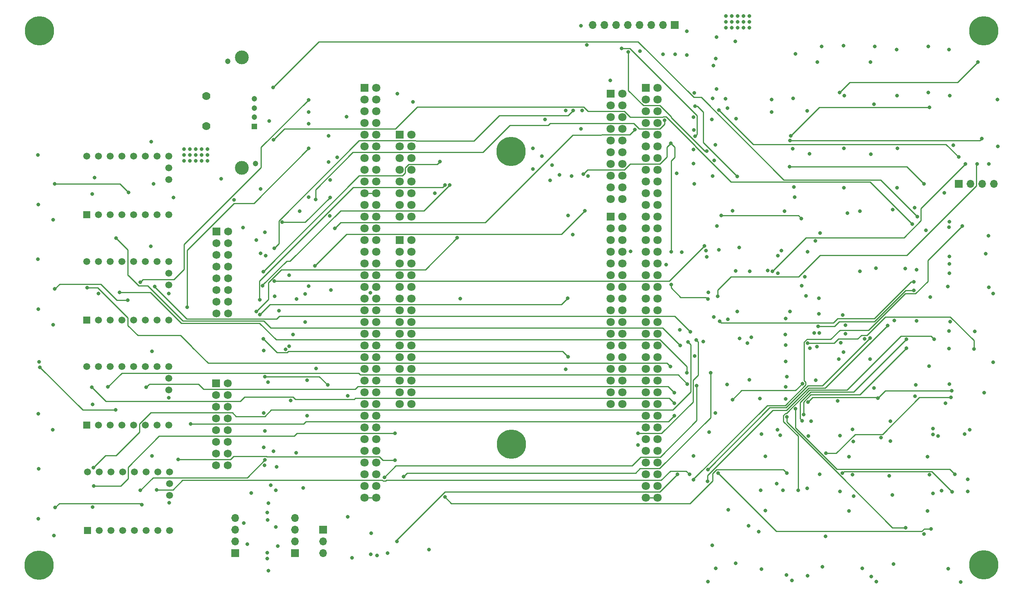
<source format=gbr>
G04 #@! TF.GenerationSoftware,KiCad,Pcbnew,(5.1.6)-1*
G04 #@! TF.CreationDate,2020-06-29T15:45:29-04:00*
G04 #@! TF.ProjectId,Pufferfish-Controller-1,50756666-6572-4666-9973-682d436f6e74,rev?*
G04 #@! TF.SameCoordinates,Original*
G04 #@! TF.FileFunction,Copper,L4,Inr*
G04 #@! TF.FilePolarity,Positive*
%FSLAX46Y46*%
G04 Gerber Fmt 4.6, Leading zero omitted, Abs format (unit mm)*
G04 Created by KiCad (PCBNEW (5.1.6)-1) date 2020-06-29 15:45:29*
%MOMM*%
%LPD*%
G01*
G04 APERTURE LIST*
G04 #@! TA.AperFunction,ViaPad*
%ADD10C,1.800000*%
G04 #@! TD*
G04 #@! TA.AperFunction,ViaPad*
%ADD11R,1.800000X1.800000*%
G04 #@! TD*
G04 #@! TA.AperFunction,ViaPad*
%ADD12R,1.508000X1.508000*%
G04 #@! TD*
G04 #@! TA.AperFunction,ViaPad*
%ADD13C,1.508000*%
G04 #@! TD*
G04 #@! TA.AperFunction,ViaPad*
%ADD14C,6.350000*%
G04 #@! TD*
G04 #@! TA.AperFunction,ViaPad*
%ADD15C,1.725000*%
G04 #@! TD*
G04 #@! TA.AperFunction,ViaPad*
%ADD16R,1.725000X1.725000*%
G04 #@! TD*
G04 #@! TA.AperFunction,ViaPad*
%ADD17R,1.300000X1.300000*%
G04 #@! TD*
G04 #@! TA.AperFunction,ViaPad*
%ADD18C,1.200000*%
G04 #@! TD*
G04 #@! TA.AperFunction,ViaPad*
%ADD19C,3.000000*%
G04 #@! TD*
G04 #@! TA.AperFunction,ViaPad*
%ADD20C,1.778000*%
G04 #@! TD*
G04 #@! TA.AperFunction,ViaPad*
%ADD21O,1.700000X1.700000*%
G04 #@! TD*
G04 #@! TA.AperFunction,ViaPad*
%ADD22R,1.700000X1.700000*%
G04 #@! TD*
G04 #@! TA.AperFunction,ViaPad*
%ADD23C,0.800000*%
G04 #@! TD*
G04 #@! TA.AperFunction,Conductor*
%ADD24C,0.250000*%
G04 #@! TD*
G04 APERTURE END LIST*
D10*
X276708000Y-288209000D03*
X274168000Y-288209000D03*
X276708000Y-285669000D03*
X274168000Y-285669000D03*
X276708000Y-283129000D03*
X274168000Y-283129000D03*
X276708000Y-280589000D03*
X274168000Y-280589000D03*
X276708000Y-278049000D03*
X274168000Y-278049000D03*
X276708000Y-275509000D03*
X274168000Y-275509000D03*
X276708000Y-272969000D03*
X274168000Y-272969000D03*
X276708000Y-270429000D03*
X274168000Y-270429000D03*
X276708000Y-267889000D03*
X274168000Y-267889000D03*
X276708000Y-265349000D03*
X274168000Y-265349000D03*
X276708000Y-262809000D03*
X274168000Y-262809000D03*
X276708000Y-260269000D03*
X274168000Y-260269000D03*
X276708000Y-257729000D03*
X274168000Y-257729000D03*
X276708000Y-255189000D03*
X274168000Y-255189000D03*
X276708000Y-252649000D03*
X274168000Y-252649000D03*
X276708000Y-250109000D03*
X274168000Y-250109000D03*
X276708000Y-247569000D03*
X274168000Y-247569000D03*
X276708000Y-245029000D03*
X274168000Y-245029000D03*
X276708000Y-242489000D03*
X274168000Y-242489000D03*
X276708000Y-239949000D03*
X274168000Y-239949000D03*
X276708000Y-237409000D03*
X274168000Y-237409000D03*
X276708000Y-234869000D03*
X274168000Y-234869000D03*
X276708000Y-232329000D03*
X274168000Y-232329000D03*
X276708000Y-229789000D03*
X274168000Y-229789000D03*
X276708000Y-227249000D03*
X274168000Y-227249000D03*
X276708000Y-224709000D03*
X274168000Y-224709000D03*
X276708000Y-222169000D03*
X274168000Y-222169000D03*
X276708000Y-219629000D03*
X274168000Y-219629000D03*
X276708000Y-217089000D03*
X274168000Y-217089000D03*
X276708000Y-214549000D03*
X274168000Y-214549000D03*
X276708000Y-212009000D03*
X274168000Y-212009000D03*
X276708000Y-209469000D03*
X274168000Y-209469000D03*
X276708000Y-206929000D03*
X274168000Y-206929000D03*
X276708000Y-204389000D03*
X274168000Y-204389000D03*
X276708000Y-201849000D03*
X274168000Y-201849000D03*
X276708000Y-199309000D03*
D11*
X274168000Y-199309000D03*
D10*
X269088000Y-267889000D03*
X266548000Y-267889000D03*
X269088000Y-265349000D03*
X266548000Y-265349000D03*
X269088000Y-262809000D03*
X266548000Y-262809000D03*
X269088000Y-260269000D03*
X266548000Y-260269000D03*
X269088000Y-257729000D03*
X266548000Y-257729000D03*
X269088000Y-255189000D03*
X266548000Y-255189000D03*
X269088000Y-252649000D03*
X266548000Y-252649000D03*
X269088000Y-250109000D03*
X266548000Y-250109000D03*
X269088000Y-247569000D03*
X266548000Y-247569000D03*
X269088000Y-245029000D03*
X266548000Y-245029000D03*
X269088000Y-242489000D03*
X266548000Y-242489000D03*
X269088000Y-239949000D03*
X266548000Y-239949000D03*
X269088000Y-237409000D03*
X266548000Y-237409000D03*
X269088000Y-234869000D03*
X266548000Y-234869000D03*
X269088000Y-232329000D03*
X266548000Y-232329000D03*
X269088000Y-229789000D03*
X266548000Y-229789000D03*
X269088000Y-227249000D03*
D11*
X266548000Y-227249000D03*
D10*
X269088000Y-223439000D03*
X266548000Y-223439000D03*
X269088000Y-220899000D03*
X266548000Y-220899000D03*
X269088000Y-218359000D03*
X266548000Y-218359000D03*
X269088000Y-215819000D03*
X266548000Y-215819000D03*
X269088000Y-213279000D03*
X266548000Y-213279000D03*
X269088000Y-210739000D03*
X266548000Y-210739000D03*
X269088000Y-208199000D03*
X266548000Y-208199000D03*
X269088000Y-205659000D03*
X266548000Y-205659000D03*
X269088000Y-203119000D03*
X266548000Y-203119000D03*
X269088000Y-200579000D03*
D11*
X266548000Y-200579000D03*
D10*
X223368000Y-267889000D03*
X220828000Y-267889000D03*
X223368000Y-265349000D03*
X220828000Y-265349000D03*
X223368000Y-262809000D03*
X220828000Y-262809000D03*
X223368000Y-260269000D03*
X220828000Y-260269000D03*
X223368000Y-257729000D03*
X220828000Y-257729000D03*
X223368000Y-255189000D03*
X220828000Y-255189000D03*
X223368000Y-252649000D03*
X220828000Y-252649000D03*
X223368000Y-250109000D03*
X220828000Y-250109000D03*
X223368000Y-247569000D03*
X220828000Y-247569000D03*
X223368000Y-245029000D03*
X220828000Y-245029000D03*
X223368000Y-242489000D03*
X220828000Y-242489000D03*
X223368000Y-239949000D03*
X220828000Y-239949000D03*
X223368000Y-237409000D03*
X220828000Y-237409000D03*
X223368000Y-234869000D03*
X220828000Y-234869000D03*
X223368000Y-232329000D03*
D11*
X220828000Y-232329000D03*
D10*
X223368000Y-227249000D03*
X220828000Y-227249000D03*
X223368000Y-224709000D03*
X220828000Y-224709000D03*
X223368000Y-222169000D03*
X220828000Y-222169000D03*
X223368000Y-219629000D03*
X220828000Y-219629000D03*
X223368000Y-217089000D03*
X220828000Y-217089000D03*
X223368000Y-214549000D03*
X220828000Y-214549000D03*
X223368000Y-212009000D03*
X220828000Y-212009000D03*
X223368000Y-209469000D03*
D11*
X220828000Y-209469000D03*
D10*
X215748000Y-288209000D03*
X213208000Y-288209000D03*
X215748000Y-285669000D03*
X213208000Y-285669000D03*
X215748000Y-283129000D03*
X213208000Y-283129000D03*
X215748000Y-280589000D03*
X213208000Y-280589000D03*
X215748000Y-278049000D03*
X213208000Y-278049000D03*
X215748000Y-275509000D03*
X213208000Y-275509000D03*
X215748000Y-272969000D03*
X213208000Y-272969000D03*
X215748000Y-270429000D03*
X213208000Y-270429000D03*
X215748000Y-267889000D03*
X213208000Y-267889000D03*
X215748000Y-265349000D03*
X213208000Y-265349000D03*
X215748000Y-262809000D03*
X213208000Y-262809000D03*
X215748000Y-260269000D03*
X213208000Y-260269000D03*
X215748000Y-257729000D03*
X213208000Y-257729000D03*
X215748000Y-255189000D03*
X213208000Y-255189000D03*
X215748000Y-252649000D03*
X213208000Y-252649000D03*
X215748000Y-250109000D03*
X213208000Y-250109000D03*
X215748000Y-247569000D03*
X213208000Y-247569000D03*
X215748000Y-245029000D03*
X213208000Y-245029000D03*
X215748000Y-242489000D03*
X213208000Y-242489000D03*
X215748000Y-239949000D03*
X213208000Y-239949000D03*
X215748000Y-237409000D03*
X213208000Y-237409000D03*
X215748000Y-234869000D03*
X213208000Y-234869000D03*
X215748000Y-232329000D03*
X213208000Y-232329000D03*
X215748000Y-229789000D03*
X213208000Y-229789000D03*
X215748000Y-227249000D03*
X213208000Y-227249000D03*
X215748000Y-224709000D03*
X213208000Y-224709000D03*
X215748000Y-222169000D03*
X213208000Y-222169000D03*
X215748000Y-219629000D03*
X213208000Y-219629000D03*
X215748000Y-217089000D03*
X213208000Y-217089000D03*
X215748000Y-214549000D03*
X213208000Y-214549000D03*
X215748000Y-212009000D03*
X213208000Y-212009000D03*
X215748000Y-209469000D03*
X213208000Y-209469000D03*
X215748000Y-206929000D03*
X213208000Y-206929000D03*
X215748000Y-204389000D03*
X213208000Y-204389000D03*
X215748000Y-201849000D03*
X213208000Y-201849000D03*
X215748000Y-199309000D03*
D11*
X213208000Y-199309000D03*
D12*
X153035000Y-272415000D03*
D13*
X160655000Y-272415000D03*
X170815000Y-272415000D03*
X165735000Y-272415000D03*
X158115000Y-272415000D03*
X155575000Y-272415000D03*
X168275000Y-272415000D03*
X163195000Y-272415000D03*
X160655000Y-259715000D03*
X158115000Y-259715000D03*
X155575000Y-259715000D03*
X168275000Y-259715000D03*
X163195000Y-259715000D03*
X153035000Y-259715000D03*
X165735000Y-259715000D03*
X170815000Y-259715000D03*
X170815000Y-264795000D03*
X170815000Y-262255000D03*
D12*
X153035000Y-226822000D03*
D13*
X160655000Y-226822000D03*
X170815000Y-226822000D03*
X165735000Y-226822000D03*
X158115000Y-226822000D03*
X155575000Y-226822000D03*
X168275000Y-226822000D03*
X163195000Y-226822000D03*
X160655000Y-214122000D03*
X158115000Y-214122000D03*
X155575000Y-214122000D03*
X168275000Y-214122000D03*
X163195000Y-214122000D03*
X153035000Y-214122000D03*
X165735000Y-214122000D03*
X170815000Y-214122000D03*
X170815000Y-219202000D03*
X170815000Y-216662000D03*
D12*
X153035000Y-249682000D03*
D13*
X160655000Y-249682000D03*
X170815000Y-249682000D03*
X165735000Y-249682000D03*
X158115000Y-249682000D03*
X155575000Y-249682000D03*
X168275000Y-249682000D03*
X163195000Y-249682000D03*
X160655000Y-236982000D03*
X158115000Y-236982000D03*
X155575000Y-236982000D03*
X168275000Y-236982000D03*
X163195000Y-236982000D03*
X153035000Y-236982000D03*
X165735000Y-236982000D03*
X170815000Y-236982000D03*
X170815000Y-242062000D03*
X170815000Y-239522000D03*
D12*
X153162000Y-295275000D03*
D13*
X160782000Y-295275000D03*
X170942000Y-295275000D03*
X165862000Y-295275000D03*
X158242000Y-295275000D03*
X155702000Y-295275000D03*
X168402000Y-295275000D03*
X163322000Y-295275000D03*
X160782000Y-282575000D03*
X158242000Y-282575000D03*
X155702000Y-282575000D03*
X168402000Y-282575000D03*
X163322000Y-282575000D03*
X153162000Y-282575000D03*
X165862000Y-282575000D03*
X170942000Y-282575000D03*
X170942000Y-287655000D03*
X170942000Y-285115000D03*
D14*
X245046000Y-276555000D03*
X142748000Y-186944000D03*
X142684000Y-302832000D03*
X347408000Y-186944000D03*
X245008000Y-213106000D03*
X347408000Y-302768000D03*
D15*
X183566000Y-281163000D03*
X181026000Y-281163000D03*
X183566000Y-278623000D03*
X181026000Y-278623000D03*
X183566000Y-276083000D03*
X181026000Y-276083000D03*
X183566000Y-273543000D03*
X181026000Y-273543000D03*
X183566000Y-271003000D03*
X181026000Y-271003000D03*
X183566000Y-268463000D03*
X181026000Y-268463000D03*
X183566000Y-265923000D03*
X181026000Y-265923000D03*
X183566000Y-263383000D03*
D16*
X181026000Y-263383000D03*
D15*
X183667000Y-248196000D03*
X181127000Y-248196000D03*
X183667000Y-245656000D03*
X181127000Y-245656000D03*
X183667000Y-243116000D03*
X181127000Y-243116000D03*
X183667000Y-240576000D03*
X181127000Y-240576000D03*
X183667000Y-238036000D03*
X181127000Y-238036000D03*
X183667000Y-235496000D03*
X181127000Y-235496000D03*
X183667000Y-232956000D03*
X181127000Y-232956000D03*
X183667000Y-230416000D03*
D16*
X181127000Y-230416000D03*
D17*
X189370000Y-207645000D03*
D18*
X189370000Y-205645000D03*
X189370000Y-203645000D03*
X189370000Y-201645000D03*
X183620000Y-193545000D03*
X189620000Y-215745000D03*
D19*
X186620000Y-192645000D03*
X186620000Y-216645000D03*
D20*
X178892000Y-207555000D03*
X178892000Y-201055000D03*
D21*
X349631500Y-220091500D03*
X347091500Y-220091500D03*
D22*
X342011500Y-220091500D03*
D21*
X344551500Y-220091500D03*
D22*
X204203500Y-295160500D03*
D21*
X204203500Y-297700500D03*
X204203500Y-300240500D03*
X198119500Y-292595500D03*
X198119500Y-295135500D03*
D22*
X198119500Y-300215500D03*
D21*
X198119500Y-297675500D03*
X262674500Y-185648500D03*
X265214500Y-185648500D03*
X267754500Y-185648500D03*
X270294500Y-185648500D03*
X272834500Y-185648500D03*
X275374500Y-185648500D03*
D22*
X280454500Y-185648500D03*
D21*
X277914500Y-185648500D03*
X185229500Y-292595500D03*
X185229500Y-295135500D03*
D22*
X185229500Y-300215500D03*
D21*
X185229500Y-297675500D03*
D23*
X317436500Y-252603000D03*
X310705500Y-252476000D03*
X291782500Y-263588500D03*
X283083000Y-187007500D03*
X260096000Y-185801000D03*
X258318000Y-231076500D03*
X249745500Y-212407500D03*
X249745500Y-216852500D03*
X228473000Y-222123000D03*
X223710500Y-202311000D03*
X209359500Y-205549500D03*
X201104500Y-223012000D03*
X186880500Y-229616000D03*
X233934000Y-244983000D03*
X256857500Y-260286500D03*
X145732500Y-227901500D03*
X145923000Y-296418000D03*
X145669000Y-273431000D03*
X145732500Y-250698000D03*
X142557500Y-270002000D03*
X142621000Y-281940000D03*
X142430500Y-213804500D03*
X142430500Y-236474000D03*
X142684500Y-258699000D03*
X142557500Y-247269000D03*
X142557500Y-224599500D03*
X142557500Y-292735000D03*
X350393000Y-201803000D03*
X306006500Y-212471000D03*
X306260500Y-220789500D03*
X338836000Y-222059500D03*
X350456500Y-211963000D03*
X339852000Y-190944500D03*
X306578000Y-191897000D03*
X306133500Y-201549000D03*
X317119000Y-212407500D03*
X328676000Y-212407500D03*
X340804500Y-211709000D03*
X214630000Y-295846500D03*
X214566500Y-300418500D03*
X332816600Y-249794600D03*
X316883100Y-248582400D03*
X293949100Y-247791800D03*
X320615600Y-226071000D03*
X192345000Y-263111400D03*
X322813200Y-258128400D03*
X293720200Y-206003600D03*
X190687500Y-235173000D03*
X335256600Y-279289000D03*
X318201400Y-291030000D03*
X300091500Y-279194000D03*
X335256600Y-291061500D03*
X300091500Y-290998500D03*
X318201400Y-279257000D03*
X324118600Y-306413500D03*
X192405000Y-304038000D03*
X187078700Y-293669700D03*
X187807600Y-298297600D03*
X166878000Y-233680000D03*
X167005000Y-210947000D03*
X167132000Y-256413000D03*
X167132000Y-279146000D03*
X199961500Y-286067500D03*
X194183000Y-281495500D03*
X191389000Y-256286000D03*
X202755500Y-260159500D03*
X193738500Y-244475000D03*
X200342500Y-243967000D03*
X188656100Y-287199900D03*
X317004400Y-190106600D03*
X317213200Y-201010300D03*
X328537700Y-191019300D03*
X328643200Y-201010300D03*
X340009700Y-201010300D03*
X317107700Y-220991300D03*
X328601200Y-220991300D03*
X218186000Y-300228000D03*
X190690500Y-221170500D03*
X207264000Y-214376000D03*
X198374000Y-278447500D03*
X260096000Y-208153000D03*
X342455500Y-306451000D03*
X305816000Y-306133500D03*
X287655000Y-306387500D03*
X349418000Y-243862500D03*
X349468000Y-258790000D03*
X345498500Y-252095000D03*
X335595600Y-259644700D03*
X323659500Y-264414000D03*
X294513000Y-253619000D03*
X288925000Y-248983500D03*
X293687500Y-238950500D03*
X287401000Y-235902500D03*
X290037000Y-234411000D03*
X294449500Y-233934000D03*
X334890800Y-230195700D03*
X332422500Y-225234500D03*
X309270500Y-234861000D03*
X324040500Y-238379000D03*
X308864000Y-244411500D03*
X311721500Y-244919500D03*
X309753000Y-255778000D03*
X335807800Y-244645700D03*
X293560500Y-189166500D03*
X348488000Y-215773000D03*
X339946200Y-235887200D03*
X192125600Y-300101000D03*
X317857500Y-226466000D03*
X317479600Y-250718900D03*
X255448000Y-218180300D03*
X336392100Y-287265600D03*
X299085400Y-286576000D03*
X316261200Y-274729500D03*
X336392100Y-274504000D03*
X316244400Y-286818200D03*
X299237900Y-274352400D03*
X227203000Y-299402500D03*
X321552800Y-253714800D03*
X297044900Y-253416500D03*
X296672000Y-239062800D03*
X304442700Y-252767100D03*
X348462500Y-231333600D03*
X337490000Y-274780700D03*
X319196200Y-287861900D03*
X303327000Y-274644700D03*
X304457100Y-255072700D03*
X304484100Y-258634400D03*
X304711100Y-261951600D03*
X304526700Y-264100600D03*
X304487100Y-266718500D03*
X339115500Y-267653900D03*
X339935500Y-263520000D03*
X339872200Y-255829000D03*
X304451600Y-249276900D03*
X339871700Y-252045700D03*
X258115000Y-218415900D03*
X256845000Y-204183900D03*
X261671000Y-218404900D03*
X252324600Y-206117000D03*
X253476200Y-219338900D03*
X260401000Y-204203200D03*
X302800200Y-235670000D03*
X302828000Y-239508200D03*
X339649200Y-242393200D03*
X339940100Y-239502900D03*
X339932900Y-237450500D03*
X339905100Y-229504100D03*
X304216700Y-226013500D03*
X339923000Y-228287400D03*
X205447000Y-215369900D03*
X205400700Y-209712400D03*
X201102200Y-204563900D03*
X201143000Y-207093500D03*
X251692800Y-214138100D03*
X253897500Y-216006100D03*
X192596000Y-206444700D03*
X338311200Y-286694300D03*
X303911000Y-286550500D03*
X289370000Y-303532000D03*
X309248900Y-305089800D03*
X319122800Y-275999500D03*
X304673800Y-304944400D03*
X323066800Y-305247200D03*
X189806100Y-232306900D03*
X192176400Y-301421800D03*
X154214100Y-222278000D03*
X155575000Y-243905200D03*
X154268700Y-267970300D03*
X154311400Y-290190500D03*
X191620600Y-230621100D03*
X261385000Y-190004600D03*
X347535600Y-265444000D03*
X332502300Y-266148800D03*
X320548000Y-239061100D03*
X315773100Y-267182600D03*
X298916900Y-266633400D03*
X293650000Y-302374000D03*
X312475100Y-303172500D03*
X327869300Y-302571000D03*
X299271700Y-303682500D03*
X321085600Y-303530000D03*
X339671200Y-303557200D03*
X195394800Y-228412300D03*
X205746400Y-223040200D03*
X257289500Y-226968500D03*
X309353500Y-267441400D03*
X324471800Y-266598700D03*
X308114000Y-263444600D03*
X292963500Y-266901200D03*
X205757400Y-219257500D03*
X215900000Y-300672500D03*
X194437000Y-298704000D03*
X280518000Y-192024000D03*
X220345500Y-200592200D03*
X283083000Y-192151000D03*
X193973400Y-294543500D03*
X347821100Y-235244400D03*
X340512600Y-264973100D03*
X284505400Y-205596000D03*
X266446000Y-197675500D03*
X295338500Y-186245500D03*
X296608500Y-186245500D03*
X291528500Y-183705500D03*
X296608500Y-184975500D03*
X296608500Y-183705500D03*
X294068500Y-183705500D03*
X291528500Y-184975500D03*
X292798500Y-184975500D03*
X292798500Y-183705500D03*
X295338500Y-183705500D03*
X294068500Y-184975500D03*
X295338500Y-184975500D03*
X292798500Y-186245500D03*
X291528500Y-186245500D03*
X294068500Y-186245500D03*
X184899700Y-223611900D03*
X205653600Y-227072900D03*
X192227200Y-293039800D03*
X192134000Y-291388900D03*
X171804300Y-223046800D03*
X170815000Y-243878600D03*
X170815000Y-266469100D03*
X170866000Y-289296500D03*
X301418300Y-204564300D03*
X301424800Y-201806100D03*
X192405000Y-289369500D03*
X199136000Y-226060000D03*
X174117000Y-212534500D03*
X175387000Y-212534500D03*
X176657000Y-212534500D03*
X177927000Y-212534500D03*
X179197000Y-212534500D03*
X174117000Y-213804500D03*
X175387000Y-213804500D03*
X176657000Y-213804500D03*
X177927000Y-213804500D03*
X179197000Y-213804500D03*
X174117000Y-215074500D03*
X175387000Y-215074500D03*
X176657000Y-215074500D03*
X177927000Y-215074500D03*
X179197000Y-215074500D03*
X303566000Y-234580300D03*
X296618000Y-262633600D03*
X300592700Y-238893500D03*
X296161200Y-254666400D03*
X310884800Y-232484900D03*
X311796000Y-252475800D03*
X311977300Y-230756400D03*
X311227400Y-255443400D03*
X316020500Y-258084000D03*
X317024700Y-256611500D03*
X309262900Y-254686200D03*
X345262900Y-255880600D03*
X316402000Y-254564500D03*
X305348400Y-216386700D03*
X334449400Y-220081600D03*
X322920100Y-213697100D03*
X309649500Y-213562900D03*
X305390300Y-210694600D03*
X346982500Y-210278500D03*
X305626100Y-209687800D03*
X335660200Y-203528600D03*
X323632200Y-202800300D03*
X309156100Y-204285900D03*
X346119200Y-193727200D03*
X316178200Y-200282300D03*
X335391000Y-200296000D03*
X322878200Y-193727200D03*
X311321200Y-193727200D03*
X335391000Y-190340500D03*
X323834000Y-190296300D03*
X312312300Y-190302500D03*
X164961800Y-289739300D03*
X146185200Y-290312000D03*
X159244300Y-269159000D03*
X142898100Y-259903000D03*
X161925000Y-245333500D03*
X146088100Y-242897000D03*
X162051700Y-221991000D03*
X146111800Y-220138000D03*
X210468700Y-301179400D03*
X209580100Y-266088800D03*
X209580100Y-292323900D03*
X285159800Y-263855300D03*
X217515100Y-283779000D03*
X302737100Y-273449500D03*
X309435200Y-274782300D03*
X309951600Y-271615700D03*
X318950300Y-273355300D03*
X327149700Y-275875700D03*
X327149700Y-271594300D03*
X318950300Y-283225700D03*
X327596600Y-287564900D03*
X326913700Y-283445000D03*
X302538500Y-285132800D03*
X309114200Y-286123800D03*
X311882400Y-283061700D03*
X336392100Y-273201100D03*
X343293400Y-274358000D03*
X344403500Y-273485700D03*
X335616300Y-283218100D03*
X343968800Y-286864700D03*
X343985400Y-284217400D03*
X258470100Y-204189600D03*
X193675000Y-234061000D03*
X191293200Y-239120100D03*
X229579200Y-215279100D03*
X190503500Y-245290100D03*
X230683600Y-220344800D03*
X189760800Y-247788100D03*
X233276400Y-231809100D03*
X202594500Y-223492300D03*
X278248800Y-206294000D03*
X164595800Y-241442900D03*
X201117300Y-201879000D03*
X201131200Y-212425400D03*
X174752000Y-246888000D03*
X193973400Y-286593500D03*
X201115800Y-242265000D03*
X191553400Y-281143200D03*
X198466800Y-245110000D03*
X191354400Y-269786700D03*
X194686800Y-247586000D03*
X200387500Y-250109000D03*
X191587500Y-273742600D03*
X197730700Y-252832000D03*
X193454100Y-278101800D03*
X196902300Y-255372000D03*
X200747100Y-262666700D03*
X192878700Y-285487600D03*
X197240700Y-267063600D03*
X164643100Y-286593500D03*
X191668700Y-279967100D03*
X200784700Y-270429000D03*
X182182500Y-219018500D03*
X196877000Y-239939500D03*
X205223600Y-263689900D03*
X191609100Y-261897000D03*
X206797600Y-229756300D03*
X271844000Y-208303700D03*
X191380900Y-277284700D03*
X196089800Y-255974200D03*
X304749500Y-282829300D03*
X230634200Y-288015800D03*
X288841700Y-194425600D03*
X284646200Y-200341400D03*
X291917000Y-249475400D03*
X291846000Y-203644500D03*
X305435000Y-247777000D03*
X284827900Y-203258500D03*
X293981002Y-218503500D03*
X284646500Y-220111400D03*
X289296400Y-192941000D03*
X289265100Y-211629400D03*
X289581300Y-229284100D03*
X281949600Y-234894500D03*
X284557900Y-208454600D03*
X289009700Y-215043500D03*
X287256100Y-234613300D03*
X288688800Y-218412600D03*
X287692300Y-243637000D03*
X279654000Y-234823000D03*
X287655000Y-245110000D03*
X279601000Y-211325700D03*
X260663300Y-217961000D03*
X298615800Y-295576900D03*
X313143700Y-296594800D03*
X334421800Y-296064500D03*
X279654000Y-241935000D03*
X288547100Y-298490600D03*
X284515400Y-212637800D03*
X284518600Y-215747500D03*
X277876000Y-192024000D03*
X280852200Y-217782900D03*
X307909700Y-227617500D03*
X290484900Y-226968500D03*
X272898000Y-191353500D03*
X278574500Y-237617000D03*
X270891000Y-234759500D03*
X220287400Y-297697300D03*
X281074500Y-283143100D03*
X281524800Y-251750800D03*
X272478500Y-274193000D03*
X154505800Y-285647100D03*
X285122300Y-253974500D03*
X219787300Y-274242700D03*
X283306800Y-254394600D03*
X154494900Y-281645300D03*
X167772800Y-242385300D03*
X283817400Y-252225000D03*
X153088000Y-242611800D03*
X279499900Y-259719100D03*
X283093100Y-261094900D03*
X160146800Y-243612900D03*
X165924200Y-264246900D03*
X280349100Y-265409800D03*
X154136400Y-264230000D03*
X280349100Y-267725000D03*
X157631100Y-264143100D03*
X283153700Y-263525500D03*
X167517200Y-220075400D03*
X175514000Y-272161000D03*
X280349100Y-270437500D03*
X272478500Y-276733000D03*
X154730500Y-218725300D03*
X172847000Y-279908000D03*
X219813000Y-280059000D03*
X284505800Y-279118600D03*
X281619900Y-255171900D03*
X159385000Y-231902000D03*
X283620000Y-283122300D03*
X168140600Y-286461600D03*
X284532900Y-284328000D03*
X342790200Y-229226700D03*
X288480300Y-206156200D03*
X288653300Y-201574100D03*
X287426500Y-213022000D03*
X270358000Y-191453000D03*
X268935400Y-190699200D03*
X284819600Y-209806000D03*
X306404100Y-222993500D03*
X289510800Y-188294300D03*
X292943400Y-225912200D03*
X286665400Y-254344400D03*
X291442600Y-201656100D03*
X284785300Y-257431900D03*
X289506100Y-199497400D03*
X288251300Y-261047800D03*
X221645200Y-283648300D03*
X330453700Y-294705300D03*
X304741400Y-270676400D03*
X289208100Y-269792500D03*
X296421700Y-294282900D03*
X287901000Y-273939000D03*
X292035600Y-290763800D03*
X336019500Y-294923000D03*
X289817800Y-282810900D03*
X287612600Y-282062900D03*
X322808600Y-253539700D03*
X327665700Y-225661600D03*
X326567900Y-250819100D03*
X287541600Y-284612600D03*
X190503500Y-248501800D03*
X257252400Y-244907000D03*
X191261800Y-253685200D03*
X257302400Y-257607000D03*
X286877400Y-233572100D03*
X193695900Y-241219100D03*
X260977900Y-225966200D03*
X202501800Y-237878900D03*
X330657000Y-253839200D03*
X308067300Y-271464700D03*
X330682400Y-255777100D03*
X308352900Y-270136900D03*
X325122400Y-275156100D03*
X332690900Y-263735500D03*
X307174500Y-286576400D03*
X336698700Y-253821400D03*
X313244500Y-278571000D03*
X340327800Y-266423500D03*
X340560800Y-286890300D03*
X316796900Y-282842500D03*
X310970300Y-262708000D03*
X341164500Y-283093000D03*
X306626700Y-268894600D03*
X193526700Y-210502500D03*
X331919000Y-228857100D03*
X193425300Y-199170200D03*
X333032900Y-227216700D03*
X330405400Y-238516800D03*
X332836100Y-238745000D03*
X307963800Y-242245300D03*
X308606500Y-240285000D03*
X348546900Y-242524800D03*
X340155500Y-250022500D03*
X332288100Y-241369500D03*
X290161900Y-249875800D03*
X332293000Y-243193200D03*
X311507600Y-251022400D03*
X311646700Y-248271200D03*
X327992700Y-249713300D03*
X205963100Y-243100000D03*
X214478100Y-243759000D03*
X341998000Y-214291700D03*
X290028900Y-204114000D03*
X343428500Y-215780500D03*
X301602100Y-239046000D03*
X345991000Y-215780500D03*
X289742100Y-244515800D03*
X191160100Y-242165400D03*
X231712200Y-220385900D03*
X191770000Y-235712000D03*
D24*
X324471800Y-266598700D02*
X324306400Y-266433300D01*
X324306400Y-266433300D02*
X310361600Y-266433300D01*
X310361600Y-266433300D02*
X309353500Y-267441400D01*
X308114000Y-263444600D02*
X306624100Y-264934500D01*
X306624100Y-264934500D02*
X294930200Y-264934500D01*
X294930200Y-264934500D02*
X292963500Y-266901200D01*
X205746400Y-223040200D02*
X200374300Y-228412300D01*
X200374300Y-228412300D02*
X195394800Y-228412300D01*
X324471800Y-266598700D02*
X326097400Y-264973100D01*
X326097400Y-264973100D02*
X340512600Y-264973100D01*
X155702000Y-295275000D02*
X155448000Y-295275000D01*
X340154300Y-248988000D02*
X345262900Y-254096600D01*
X345262900Y-254096600D02*
X345262900Y-255880600D01*
X326063000Y-248988000D02*
X340154300Y-248988000D01*
X309262900Y-254686200D02*
X315003300Y-254686200D01*
X315003300Y-254686200D02*
X315003300Y-254655200D01*
X315003300Y-254655200D02*
X315912500Y-253746000D01*
X315912500Y-253746000D02*
X320103500Y-253746000D01*
X320929000Y-252920500D02*
X322072000Y-252920500D01*
X322072000Y-252920500D02*
X326063000Y-248988000D01*
X320103500Y-253746000D02*
X320929000Y-252920500D01*
X334449400Y-220081600D02*
X330754500Y-216386700D01*
X330754500Y-216386700D02*
X305348400Y-216386700D01*
X346982500Y-210278500D02*
X346566400Y-210694600D01*
X346566400Y-210694600D02*
X305390300Y-210694600D01*
X305626100Y-209687800D02*
X311785300Y-203528600D01*
X311785300Y-203528600D02*
X335660200Y-203528600D01*
X346119200Y-193727200D02*
X341755500Y-198090900D01*
X341755500Y-198090900D02*
X318369600Y-198090900D01*
X318369600Y-198090900D02*
X316178200Y-200282300D01*
X164961800Y-289739300D02*
X164651600Y-289429100D01*
X164651600Y-289429100D02*
X147068100Y-289429100D01*
X147068100Y-289429100D02*
X146185200Y-290312000D01*
X159244300Y-269159000D02*
X152154100Y-269159000D01*
X152154100Y-269159000D02*
X142898100Y-259903000D01*
X161925000Y-245333500D02*
X159577600Y-245333500D01*
X159577600Y-245333500D02*
X156079300Y-241835200D01*
X156079300Y-241835200D02*
X147149900Y-241835200D01*
X147149900Y-241835200D02*
X146088100Y-242897000D01*
X162051700Y-221991000D02*
X160198700Y-220138000D01*
X160198700Y-220138000D02*
X146111800Y-220138000D01*
X285159800Y-271437700D02*
X285159800Y-263855300D01*
X217515100Y-283779000D02*
X220031500Y-281262600D01*
X220031500Y-281262600D02*
X245850900Y-281262600D01*
X245850900Y-281262600D02*
X271187400Y-281262600D01*
X245850900Y-281262600D02*
X245995600Y-281262600D01*
X277277001Y-279363999D02*
X277304500Y-279336500D01*
X273086001Y-279363999D02*
X277277001Y-279363999D01*
X271187400Y-281262600D02*
X273086001Y-279363999D01*
X277304500Y-279336500D02*
X285159800Y-271437700D01*
X277278500Y-279319000D02*
X277304500Y-279336500D01*
X274168000Y-288209000D02*
X276708000Y-288209000D01*
X213208000Y-288209000D02*
X215748000Y-288209000D01*
X213208000Y-222169000D02*
X215748000Y-222169000D01*
X194669500Y-233066500D02*
X193675000Y-234061000D01*
X194669500Y-228111900D02*
X194669500Y-233066500D01*
X236918500Y-210820000D02*
X212042300Y-210739100D01*
X242443650Y-205294850D02*
X236918500Y-210820000D01*
X257364850Y-205294850D02*
X242443650Y-205294850D01*
X212042300Y-210739100D02*
X194669500Y-228111900D01*
X258470100Y-204189600D02*
X257364850Y-205294850D01*
X229579200Y-215279100D02*
X228994700Y-215863600D01*
X228994700Y-215863600D02*
X222785700Y-215863600D01*
X222785700Y-215863600D02*
X222053400Y-216595900D01*
X222053400Y-216595900D02*
X222053400Y-217697900D01*
X222053400Y-217697900D02*
X221392300Y-218359000D01*
X221392300Y-218359000D02*
X212054300Y-218359000D01*
X212054300Y-218359000D02*
X191293200Y-239120100D01*
X230683600Y-220344800D02*
X230129400Y-220899000D01*
X230129400Y-220899000D02*
X210765400Y-220899000D01*
X210765400Y-220899000D02*
X190434700Y-241229700D01*
X190434700Y-241229700D02*
X190434700Y-245221300D01*
X190434700Y-245221300D02*
X190503500Y-245290100D01*
X189760800Y-247788100D02*
X192371100Y-245177800D01*
X192371100Y-245177800D02*
X192371100Y-241518000D01*
X192371100Y-241518000D02*
X195192900Y-238696200D01*
X195192900Y-238696200D02*
X226389300Y-238696200D01*
X226389300Y-238696200D02*
X233276400Y-231809100D01*
X278248800Y-206294000D02*
X278248800Y-207135300D01*
X278248800Y-207135300D02*
X277185100Y-208199000D01*
X277185100Y-208199000D02*
X272765100Y-208199000D01*
X272765100Y-208199000D02*
X271524800Y-206958700D01*
X271524800Y-206958700D02*
X253461800Y-206958700D01*
X253461800Y-206958700D02*
X253011500Y-207409000D01*
X253011500Y-207409000D02*
X244729400Y-207409000D01*
X244729400Y-207409000D02*
X238859400Y-213279000D01*
X238859400Y-213279000D02*
X210667000Y-213279000D01*
X210667000Y-213279000D02*
X202594500Y-221351500D01*
X202594500Y-221351500D02*
X202594500Y-223492300D01*
X201117300Y-201879000D02*
X190812200Y-212184100D01*
X190812200Y-212184100D02*
X190812200Y-216546400D01*
X190812200Y-216546400D02*
X174140700Y-233217900D01*
X174117000Y-238633000D02*
X174117000Y-237490000D01*
X164595800Y-241442900D02*
X165183700Y-240855000D01*
X171895000Y-240855000D02*
X174117000Y-238633000D01*
X165183700Y-240855000D02*
X171895000Y-240855000D01*
X174140700Y-233217900D02*
X174117000Y-237490000D01*
X174750100Y-234524100D02*
X184937000Y-224337200D01*
X184937000Y-224337200D02*
X189219400Y-224337200D01*
X189219400Y-224337200D02*
X201131200Y-212425400D01*
X174752000Y-246888000D02*
X174752000Y-242951000D01*
X174752000Y-242951000D02*
X174750100Y-234524100D01*
X174750100Y-243010400D02*
X174752000Y-242951000D01*
X167391600Y-283845000D02*
X164643100Y-286593500D01*
X187790800Y-283845000D02*
X167391600Y-283845000D01*
X191668700Y-279967100D02*
X187790800Y-283845000D01*
X191609100Y-261897000D02*
X203430700Y-261897000D01*
X203430700Y-261897000D02*
X205223600Y-263689900D01*
X271844000Y-208303700D02*
X270678800Y-209468900D01*
X224604700Y-228519200D02*
X208034700Y-228519200D01*
X208034700Y-228519200D02*
X206797600Y-229756300D01*
X239412300Y-228519200D02*
X258381500Y-209550000D01*
X224604700Y-228519200D02*
X239412300Y-228519200D01*
X270678800Y-209468900D02*
X258381500Y-209550000D01*
X230634200Y-288015800D02*
X232054200Y-289435800D01*
X232054200Y-289435800D02*
X283757900Y-289435800D01*
X283757900Y-289435800D02*
X288645300Y-284548400D01*
X288645300Y-284548400D02*
X288645300Y-282957400D01*
X288645300Y-282957400D02*
X289520700Y-282082000D01*
X289520700Y-282082000D02*
X304002200Y-282082000D01*
X304002200Y-282082000D02*
X304749500Y-282829300D01*
X285393585Y-203258500D02*
X286639000Y-204503915D01*
X284827900Y-203258500D02*
X285393585Y-203258500D01*
X286639000Y-211161498D02*
X293981002Y-218503500D01*
X286639000Y-204503915D02*
X286639000Y-211161498D01*
X293981002Y-218503500D02*
X293981002Y-218503500D01*
X277227000Y-215819000D02*
X270833300Y-215819000D01*
X270833300Y-215819000D02*
X269563300Y-217089000D01*
X269563300Y-217089000D02*
X261535300Y-217089000D01*
X261535300Y-217089000D02*
X260663300Y-217961000D01*
X277227000Y-215774001D02*
X278765000Y-214236001D01*
X277227000Y-215819000D02*
X277227000Y-215774001D01*
X278765000Y-212161700D02*
X279601000Y-211325700D01*
X278765000Y-214236001D02*
X278765000Y-212161700D01*
X278765000Y-214236001D02*
X278765000Y-214249000D01*
X279654000Y-215138000D02*
X279654000Y-234823000D01*
X279755498Y-241960502D02*
X279755498Y-241960502D01*
X279654000Y-242659002D02*
X279654000Y-241935000D01*
X281704999Y-244710001D02*
X279654000Y-242659002D01*
X287255001Y-244710001D02*
X281704999Y-244710001D01*
X287655000Y-245110000D02*
X287255001Y-244710001D01*
X279654000Y-215138000D02*
X279654000Y-215074500D01*
X279654000Y-215074500D02*
X280416000Y-214312500D01*
X280416000Y-212140700D02*
X279601000Y-211325700D01*
X280416000Y-214312500D02*
X280416000Y-212140700D01*
X290484900Y-226968500D02*
X307260700Y-226968500D01*
X307260700Y-226968500D02*
X307909700Y-227617500D01*
X281074500Y-283143100D02*
X277268700Y-286948900D01*
X277268700Y-286948900D02*
X230675400Y-286948900D01*
X230675400Y-286948900D02*
X220287400Y-297336900D01*
X220287400Y-297336900D02*
X220287400Y-297697300D01*
X285122300Y-253974500D02*
X285534000Y-254386200D01*
X285534000Y-254386200D02*
X285534000Y-261565700D01*
X285534000Y-261565700D02*
X284395300Y-262704400D01*
X284395300Y-262704400D02*
X284395300Y-267440200D01*
X284395300Y-267440200D02*
X277596500Y-274239000D01*
X198559900Y-274242700D02*
X197989600Y-274813000D01*
X197989600Y-274813000D02*
X168703800Y-274813000D01*
X168703800Y-274813000D02*
X161976000Y-281540800D01*
X159112500Y-285647100D02*
X154505800Y-285647100D01*
X219787300Y-274242700D02*
X198559900Y-274242700D01*
X273044185Y-274193000D02*
X272478500Y-274193000D01*
X273090185Y-274239000D02*
X273044185Y-274193000D01*
X277596500Y-274239000D02*
X273090185Y-274239000D01*
X161976000Y-282651000D02*
X161976000Y-284048000D01*
X161976000Y-281540800D02*
X161976000Y-282651000D01*
X161976000Y-282651000D02*
X161976000Y-282783600D01*
X160376900Y-285647100D02*
X159112500Y-285647100D01*
X161976000Y-284048000D02*
X160376900Y-285647100D01*
X283306800Y-254394600D02*
X283879100Y-254966900D01*
X283879100Y-254966900D02*
X283879100Y-265260600D01*
X283879100Y-265260600D02*
X279980600Y-269159100D01*
X279980600Y-269159100D02*
X193021900Y-269159100D01*
X193021900Y-269159100D02*
X191631300Y-270549700D01*
X191631300Y-270549700D02*
X185383700Y-270549700D01*
X185383700Y-270549700D02*
X184567000Y-269733000D01*
X184567000Y-269733000D02*
X166868700Y-269733000D01*
X166868700Y-269733000D02*
X164465000Y-272136700D01*
X164465000Y-273939000D02*
X164465000Y-272415000D01*
X164465000Y-272415000D02*
X164465000Y-272778700D01*
X157102900Y-279037300D02*
X159366700Y-279037300D01*
X154494900Y-281645300D02*
X157102900Y-279037300D01*
X159366700Y-279037300D02*
X164465000Y-273939000D01*
X164465000Y-272136700D02*
X164465000Y-272415000D01*
X167772800Y-242385300D02*
X167772800Y-242476200D01*
X167772800Y-242476200D02*
X174688300Y-249391700D01*
X174688300Y-249391700D02*
X194207700Y-249391700D01*
X194207700Y-249391700D02*
X194760400Y-248839000D01*
X194760400Y-248839000D02*
X280431400Y-248839000D01*
X280431400Y-248839000D02*
X283817400Y-252225000D01*
X155405600Y-242611800D02*
X153088000Y-242611800D01*
X161925000Y-249131200D02*
X155405600Y-242611800D01*
X161925000Y-250825000D02*
X161925000Y-249131200D01*
X164084000Y-252984000D02*
X161925000Y-250825000D01*
X173355000Y-252984000D02*
X164084000Y-252984000D01*
X175800500Y-255463800D02*
X175800500Y-255429500D01*
X279499900Y-259719100D02*
X278779800Y-258999000D01*
X175800500Y-255429500D02*
X173355000Y-252984000D01*
X179335700Y-258999000D02*
X175800500Y-255463800D01*
X278779800Y-258999000D02*
X179335700Y-258999000D01*
X283093100Y-261094900D02*
X283093100Y-259769400D01*
X283093100Y-259769400D02*
X277242700Y-253919000D01*
X277242700Y-253919000D02*
X194089900Y-253919000D01*
X194089900Y-253919000D02*
X190471600Y-250300700D01*
X190471600Y-250300700D02*
X173496600Y-250300700D01*
X173496600Y-250300700D02*
X166808800Y-243612900D01*
X166808800Y-243612900D02*
X160146800Y-243612900D01*
X165924200Y-264246900D02*
X166417500Y-263753600D01*
X212474500Y-264079000D02*
X279018300Y-264079000D01*
X279018300Y-264079000D02*
X280349100Y-265409800D01*
X166417500Y-263731500D02*
X166624000Y-263525000D01*
X166417500Y-263753600D02*
X166417500Y-263731500D01*
X171323000Y-263525000D02*
X177228500Y-263525000D01*
X166624000Y-263525000D02*
X171323000Y-263525000D01*
X171323000Y-263525000D02*
X171450000Y-263525000D01*
X177228500Y-263525000D02*
X178371500Y-264668000D01*
X178371500Y-264668000D02*
X211201000Y-264668000D01*
X211790000Y-264079000D02*
X212474500Y-264079000D01*
X211201000Y-264668000D02*
X211790000Y-264079000D01*
X154136400Y-264230000D02*
X157151300Y-267244900D01*
X157151300Y-267244900D02*
X186323300Y-267244900D01*
X186323300Y-267244900D02*
X187238700Y-266329500D01*
X187238700Y-266329500D02*
X197714000Y-266329500D01*
X197714000Y-266329500D02*
X198205800Y-266821300D01*
X198205800Y-266821300D02*
X211026200Y-266821300D01*
X211026200Y-266821300D02*
X211228500Y-266619000D01*
X211228500Y-266619000D02*
X279243100Y-266619000D01*
X279243100Y-266619000D02*
X280349100Y-267725000D01*
X157631100Y-264143100D02*
X160602500Y-261171700D01*
X160602500Y-261171700D02*
X211940700Y-261171700D01*
X211940700Y-261171700D02*
X212308000Y-261539000D01*
X212308000Y-261539000D02*
X281167200Y-261539000D01*
X281167200Y-261539000D02*
X283153700Y-263525500D01*
X200020300Y-272216800D02*
X200538200Y-271698900D01*
X200538200Y-271698900D02*
X279087700Y-271698900D01*
X279087700Y-271698900D02*
X280349100Y-270437500D01*
X200020300Y-272216800D02*
X175500485Y-272216800D01*
X184206200Y-279908000D02*
X172847000Y-279908000D01*
X216456800Y-279297600D02*
X192025000Y-279297600D01*
X191969200Y-279241800D02*
X184872400Y-279241800D01*
X217218200Y-280059000D02*
X216456800Y-279297600D01*
X184872400Y-279241800D02*
X184206200Y-279908000D01*
X192025000Y-279297600D02*
X191969200Y-279241800D01*
X217218200Y-280059000D02*
X219813000Y-280059000D01*
X164239800Y-242168700D02*
X162058300Y-239987200D01*
X173863100Y-249842100D02*
X166189700Y-242168700D01*
X191368500Y-249842100D02*
X173863100Y-249842100D01*
X166189700Y-242168700D02*
X164239800Y-242168700D01*
X277827000Y-251379000D02*
X192905400Y-251379000D01*
X192905400Y-251379000D02*
X191368500Y-249842100D01*
X281619900Y-255171900D02*
X277827000Y-251379000D01*
X162058300Y-239987200D02*
X162009200Y-239987200D01*
X162009200Y-239987200D02*
X161925000Y-239903000D01*
X161925000Y-239903000D02*
X161925000Y-234442000D01*
X161925000Y-234442000D02*
X159385000Y-231902000D01*
X168140600Y-286461600D02*
X171740100Y-286461600D01*
X171740100Y-286461600D02*
X173802700Y-284399000D01*
X173802700Y-284399000D02*
X217109400Y-284399000D01*
X217109400Y-284399000D02*
X217214700Y-284504300D01*
X217214700Y-284504300D02*
X217815600Y-284504300D01*
X217815600Y-284504300D02*
X217920900Y-284399000D01*
X217920900Y-284399000D02*
X277485800Y-284399000D01*
X277485800Y-284399000D02*
X279501000Y-282383800D01*
X279501000Y-282383800D02*
X282881500Y-282383800D01*
X282881500Y-282383800D02*
X283620000Y-283122300D01*
X335276500Y-236740400D02*
X342790200Y-229226700D01*
X332625400Y-243918500D02*
X335276500Y-241267400D01*
X330376000Y-243918500D02*
X332625400Y-243918500D01*
X322475300Y-251819200D02*
X330376000Y-243918500D01*
X316240200Y-251819200D02*
X322475300Y-251819200D01*
X284532900Y-284116900D02*
X300478200Y-268171600D01*
X314266900Y-253792500D02*
X316240200Y-251819200D01*
X335276500Y-241267400D02*
X335276500Y-236740400D01*
X309130800Y-253792500D02*
X314266900Y-253792500D01*
X308844200Y-263126200D02*
X308488000Y-262770000D01*
X308488000Y-262770000D02*
X308488000Y-254435300D01*
X308844200Y-263740400D02*
X308844200Y-263126200D01*
X304413000Y-268171600D02*
X308844200Y-263740400D01*
X308488000Y-254435300D02*
X309130800Y-253792500D01*
X300478200Y-268171600D02*
X304413000Y-268171600D01*
X284532900Y-284328000D02*
X284532900Y-284116900D01*
X287426500Y-213022000D02*
X286957100Y-213022000D01*
X286957100Y-213022000D02*
X279649500Y-205714400D01*
X279649500Y-205714400D02*
X279649500Y-205573000D01*
X279649500Y-205573000D02*
X277195500Y-203119000D01*
X277195500Y-203119000D02*
X273635400Y-203119000D01*
X273635400Y-203119000D02*
X270358000Y-199841600D01*
X270358000Y-199841600D02*
X270358000Y-191453000D01*
X268935400Y-190699200D02*
X270699900Y-190699200D01*
X270699900Y-190699200D02*
X285283200Y-205282500D01*
X285283200Y-205282500D02*
X285283200Y-209342400D01*
X285283200Y-209342400D02*
X284819600Y-209806000D01*
X288251300Y-261047800D02*
X288251300Y-270786300D01*
X288251300Y-270786300D02*
X277178600Y-281859000D01*
X277178600Y-281859000D02*
X272940500Y-281859000D01*
X272940500Y-281859000D02*
X271970500Y-282829000D01*
X222464500Y-282829000D02*
X221645200Y-283648300D01*
X271970500Y-282829000D02*
X222464500Y-282829000D01*
X304741400Y-270676400D02*
X304741400Y-271758500D01*
X304741400Y-271758500D02*
X316071600Y-283088700D01*
X316071600Y-283088700D02*
X316071600Y-283142900D01*
X316071600Y-283142900D02*
X327634000Y-294705300D01*
X327634000Y-294705300D02*
X330453700Y-294705300D01*
X336019500Y-294923000D02*
X334537600Y-294923000D01*
X334537600Y-294923000D02*
X333987600Y-295473000D01*
X333987600Y-295473000D02*
X302479900Y-295473000D01*
X302479900Y-295473000D02*
X289817800Y-282810900D01*
X322808600Y-253539700D02*
X312464700Y-263883600D01*
X312464700Y-263883600D02*
X309337900Y-263883600D01*
X309337900Y-263883600D02*
X304599600Y-268621900D01*
X304599600Y-268621900D02*
X301053600Y-268621900D01*
X301053600Y-268621900D02*
X287612600Y-282062900D01*
X287541600Y-284612600D02*
X287541600Y-283369700D01*
X287541600Y-283369700D02*
X301679800Y-269231500D01*
X301679800Y-269231500D02*
X304626900Y-269231500D01*
X304626900Y-269231500D02*
X309506200Y-264352200D01*
X309506200Y-264352200D02*
X313034800Y-264352200D01*
X313034800Y-264352200D02*
X326567900Y-250819100D01*
X190503500Y-248501800D02*
X192735300Y-246270000D01*
X192735300Y-246270000D02*
X255889400Y-246270000D01*
X255889400Y-246270000D02*
X257252400Y-244907000D01*
X257302400Y-257607000D02*
X256166000Y-256470600D01*
X256166000Y-256470600D02*
X196703400Y-256470600D01*
X196703400Y-256470600D02*
X196474400Y-256699600D01*
X196474400Y-256699600D02*
X194276200Y-256699600D01*
X194276200Y-256699600D02*
X191261800Y-253685200D01*
X286877400Y-233572100D02*
X279230400Y-241219100D01*
X279230400Y-241219100D02*
X193695900Y-241219100D01*
X260977900Y-225966200D02*
X255885100Y-231059000D01*
X255885100Y-231059000D02*
X209321700Y-231059000D01*
X209321700Y-231059000D02*
X202501800Y-237878900D01*
X308067300Y-271464700D02*
X307617000Y-271014400D01*
X307617000Y-271014400D02*
X307617000Y-267515200D01*
X307617000Y-267515200D02*
X309879400Y-265252800D01*
X309879400Y-265252800D02*
X319243400Y-265252800D01*
X319243400Y-265252800D02*
X330657000Y-253839200D01*
X308352900Y-270136900D02*
X308352900Y-267416200D01*
X308352900Y-267416200D02*
X309906700Y-265862400D01*
X309906700Y-265862400D02*
X320597100Y-265862400D01*
X320597100Y-265862400D02*
X330682400Y-255777100D01*
X307174500Y-286576400D02*
X307174500Y-274828500D01*
X307174500Y-274828500D02*
X303996000Y-271650000D01*
X303996000Y-271650000D02*
X303996000Y-270340000D01*
X303996000Y-270340000D02*
X304473600Y-269862400D01*
X304473600Y-269862400D02*
X304632900Y-269862400D01*
X304632900Y-269862400D02*
X309692800Y-264802500D01*
X309692800Y-264802500D02*
X317780000Y-264802500D01*
X317780000Y-264802500D02*
X329494500Y-253088000D01*
X329494500Y-253088000D02*
X335965300Y-253088000D01*
X335965300Y-253088000D02*
X336698700Y-253821400D01*
X340327800Y-266423500D02*
X333478000Y-266423500D01*
X333478000Y-266423500D02*
X325470700Y-274430800D01*
X325470700Y-274430800D02*
X319574000Y-274430800D01*
X319574000Y-274430800D02*
X315433800Y-278571000D01*
X315433800Y-278571000D02*
X313244500Y-278571000D01*
X316796900Y-282842500D02*
X317149100Y-282490300D01*
X317149100Y-282490300D02*
X336160800Y-282490300D01*
X336160800Y-282490300D02*
X340560800Y-286890300D01*
X341164500Y-283093000D02*
X340043700Y-281972200D01*
X340043700Y-281972200D02*
X315592000Y-281972200D01*
X315592000Y-281972200D02*
X306626700Y-273006900D01*
X306626700Y-273006900D02*
X306626700Y-268894600D01*
X331919000Y-228857100D02*
X322742300Y-219680400D01*
X322742300Y-219680400D02*
X292597400Y-219680400D01*
X292597400Y-219680400D02*
X284828000Y-211911000D01*
X284828000Y-211911000D02*
X284828000Y-211792300D01*
X284828000Y-211792300D02*
X278604400Y-205568700D01*
X278604400Y-205568700D02*
X277948400Y-205568700D01*
X277948400Y-205568700D02*
X277858100Y-205659000D01*
X277858100Y-205659000D02*
X270833300Y-205659000D01*
X270833300Y-205659000D02*
X269563300Y-204389000D01*
X269563300Y-204389000D02*
X261621000Y-204389000D01*
X261621000Y-204389000D02*
X260687200Y-203455200D01*
X260687200Y-203455200D02*
X224680200Y-203455200D01*
X224680200Y-203455200D02*
X219936600Y-208198800D01*
X219936600Y-208198800D02*
X195830400Y-208198800D01*
X195830400Y-208198800D02*
X193526700Y-210502500D01*
X333032900Y-227216700D02*
X325046300Y-219230100D01*
X325046300Y-219230100D02*
X304079100Y-219230100D01*
X304079100Y-219230100D02*
X286199400Y-201350400D01*
X286199400Y-201350400D02*
X284587300Y-201350400D01*
X284587300Y-201350400D02*
X272489200Y-189252300D01*
X272489200Y-189252300D02*
X203343200Y-189252300D01*
X203343200Y-189252300D02*
X193425300Y-199170200D01*
X290161900Y-249875800D02*
X290511300Y-250225200D01*
X290511300Y-250225200D02*
X314824400Y-250225200D01*
X314824400Y-250225200D02*
X315726300Y-249323300D01*
X315726300Y-249323300D02*
X323697400Y-249323300D01*
X323697400Y-249323300D02*
X331651200Y-241369500D01*
X331651200Y-241369500D02*
X332288100Y-241369500D01*
X332293000Y-243193200D02*
X330464400Y-243193200D01*
X330464400Y-243193200D02*
X323675100Y-249982500D01*
X323675100Y-249982500D02*
X316097500Y-249982500D01*
X316097500Y-249982500D02*
X315057600Y-251022400D01*
X315057600Y-251022400D02*
X311507600Y-251022400D01*
X290028900Y-204114000D02*
X297450000Y-211535100D01*
X297450000Y-211535100D02*
X339241400Y-211535100D01*
X339241400Y-211535100D02*
X341998000Y-214291700D01*
X343428500Y-215780500D02*
X333776300Y-225432700D01*
X333776300Y-225432700D02*
X333776300Y-228101900D01*
X333776300Y-228101900D02*
X330118600Y-231759600D01*
X330118600Y-231759600D02*
X308888500Y-231759600D01*
X308888500Y-231759600D02*
X301602100Y-239046000D01*
X345991000Y-215780500D02*
X345821500Y-215950000D01*
X345821500Y-215950000D02*
X345821500Y-220553200D01*
X345821500Y-220553200D02*
X330764100Y-235610600D01*
X330764100Y-235610600D02*
X323986300Y-235610600D01*
X323986300Y-235610600D02*
X323971200Y-235595500D01*
X323971200Y-235595500D02*
X323370300Y-235595500D01*
X323370300Y-235595500D02*
X323355200Y-235610600D01*
X323355200Y-235610600D02*
X311926900Y-235610600D01*
X311926900Y-235610600D02*
X307282400Y-240255100D01*
X307282400Y-240255100D02*
X292614100Y-240255100D01*
X292614100Y-240255100D02*
X289742100Y-243127100D01*
X289742100Y-243127100D02*
X289742100Y-244515800D01*
X191160100Y-242165400D02*
X191160100Y-242076600D01*
X191160100Y-242076600D02*
X196330200Y-236906500D01*
X196330200Y-236906500D02*
X197084300Y-236906500D01*
X197084300Y-236906500D02*
X208011800Y-225979000D01*
X208011800Y-225979000D02*
X226119100Y-225979000D01*
X226119100Y-225979000D02*
X231712200Y-220385900D01*
M02*

</source>
